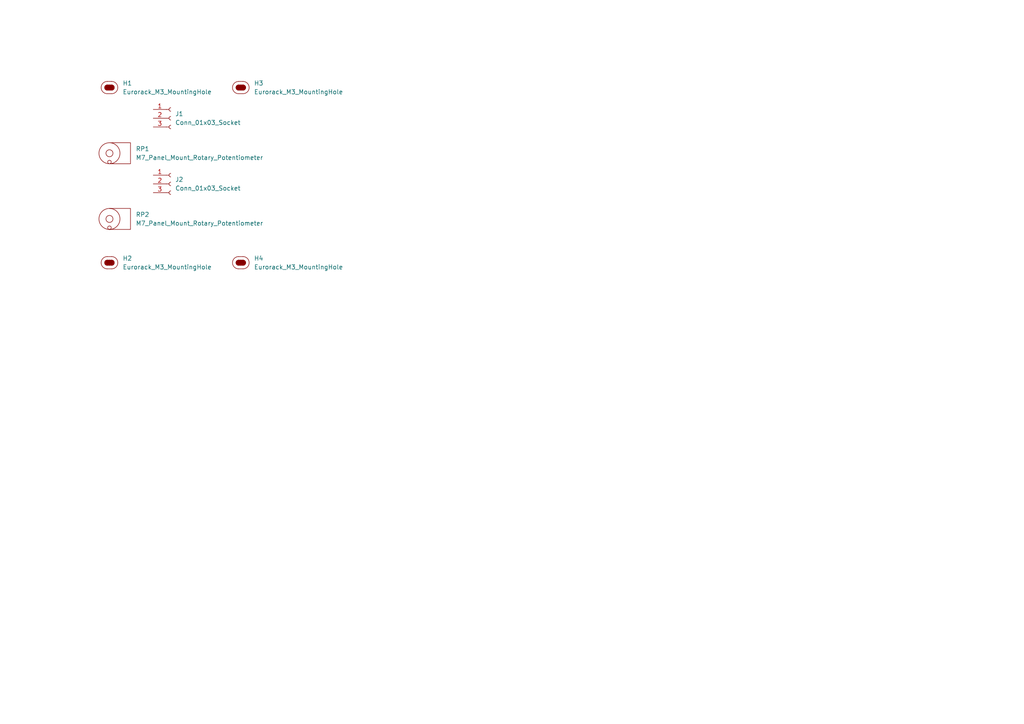
<source format=kicad_sch>
(kicad_sch (version 20231120) (generator "eeschema") (generator_version "8.0")
  (paper "A4")
  (lib_symbols
    (symbol "Connector:Conn_01x03_Socket" (pin_names (offset 1.016) hide)
      (property "Reference" "J" (at 0 5.08 0))
      (property "Value" "Conn_01x03_Socket" (at 0 -5.08 0))
      (symbol "Conn_01x03_Socket_1_1"
        (arc (start 0 -2.032) (mid -0.5058 -2.54) (end 0 -3.048) (stroke (width 0.1524)))
        (polyline (pts (xy -1.27 -2.54) (xy -0.508 -2.54)) (stroke (width 0.1524)))
        (polyline (pts (xy -1.27 0) (xy -0.508 0)) (stroke (width 0.1524)))
        (polyline (pts (xy -1.27 2.54) (xy -0.508 2.54)) (stroke (width 0.1524)))
        (arc (start 0 0.508) (mid -0.5058 0) (end 0 -0.508) (stroke (width 0.1524)))
        (arc (start 0 3.048) (mid -0.5058 2.54) (end 0 2.032) (stroke (width 0.1524)))
        (pin passive line (at -5.08 2.54 0) (length 3.81) (name "Pin_1") (number "1"))
        (pin passive line (at -5.08 0 0) (length 3.81) (name "Pin_2") (number "2"))
        (pin passive line (at -5.08 -2.54 0) (length 3.81) (name "Pin_3") (number "3"))
      )
    )
    (symbol "EXC:Eurorack_M3_MountingHole" (pin_names (offset 1.016)) (exclude_from_sim yes) (in_bom no)
      (property "Reference" "H" (at 0 5.08 0))
      (property "Value" "Eurorack_M3_MountingHole" (at 0 3.175 0))
      (symbol "Eurorack_M3_MountingHole_0_1"
        (circle (center -0.635 0) (radius 0.762) (fill (type outline)))
        (arc (start -0.635 0.762) (mid -1.397 0) (end -0.635 -0.762))
        (arc (start -0.635 1.778) (mid -2.413 0) (end -0.635 -1.778))
        (polyline (pts (xy -0.635 -1.778) (xy 0.635 -1.778)))
        (polyline (pts (xy -0.635 -0.762) (xy 0.635 -0.762)))
        (polyline (pts (xy -0.635 0.762) (xy 0.635 0.762)))
        (polyline (pts (xy 0.635 1.778) (xy -0.635 1.778)))
        (circle (center 0 0) (radius 0.762) (fill (type outline)))
        (arc (start 0.6141 -1.778) (mid 2.4131 0) (end 0.6141 1.778))
        (arc (start 0.6227 -0.762) (mid 1.3971 0) (end 0.6227 0.762))
        (circle (center 0.635 0) (radius 0.762) (fill (type outline)))
      )
    )
    (symbol "EXC:Rotary_Potentiometer_M7_Panel_Mount"
      (property "Reference" "RP" (at 0 4.064 0))
      (property "Value" "M7_Panel_Mount_Rotary_Potentiometer" (at 0 -4.318 0))
      (symbol "Rotary_Potentiometer_M7_Panel_Mount_0_1"
        (circle (center 0 -2.54) (radius 0.508))
        (polyline (pts (xy 0 3.048) (xy 6.096 3.048) (xy 6.096 -3.048) (xy 0 -3.048)))
        (circle (center 0 0) (radius 1.016))
        (circle (center 0 0) (radius 3.048))
      )
    )
  )
  (symbol (lib_id "EXC:Eurorack_M3_MountingHole") (at 31.75 76.2 0) (unit 1) (exclude_from_sim yes) (in_bom no)
    (property "Reference" "H2" (at 35.56 74.9299 0) (effects (justify left)))
    (property "Value" "Eurorack_M3_MountingHole" (at 35.56 77.4699 0) (effects (justify left)))
    (property "Footprint" "EXC:MountingHole_3.2mm_M3" (effects (hide yes)))
    (property "Description" "Mounting Hole without connection" (effects (hide yes)))
  )
  (symbol (lib_id "EXC:Rotary_Potentiometer_M7_Panel_Mount") (at 31.75 44.45 0) (unit 1)
    (property "Reference" "RP1" (at 39.37 43.1799 0) (effects (justify left)))
    (property "Value" "M7_Panel_Mount_Rotary_Potentiometer" (at 39.37 45.7199 0) (effects (justify left)))
    (property "Footprint" "EXC:Rotary_Potentiometer_M7_Panel_Mount" (effects (hide yes)))
    (property "Datasheet" "https://cdn-shop.adafruit.com/product-files/562/p160.pdf" (effects (hide yes)))
    (property "Description" "An M7 panel-mounted linear potentiometer" (effects (hide yes)))
    (property "Source" "https://www.adafruit.com/product/562" (effects (hide yes)))
  )
  (symbol (lib_id "EXC:Eurorack_M3_MountingHole") (at 69.85 76.2 0) (unit 1) (exclude_from_sim yes) (in_bom no)
    (property "Reference" "H4" (at 73.66 74.9299 0) (effects (justify left)))
    (property "Value" "Eurorack_M3_MountingHole" (at 73.66 77.4699 0) (effects (justify left)))
    (property "Footprint" "EXC:MountingHole_3.2mm_M3" (effects (hide yes)))
    (property "Description" "Mounting Hole without connection" (effects (hide yes)))
  )
  (symbol (lib_id "EXC:Eurorack_M3_MountingHole") (at 31.75 25.4 0) (unit 1) (exclude_from_sim yes) (in_bom no)
    (property "Reference" "H1" (at 35.56 24.1299 0) (effects (justify left)))
    (property "Value" "Eurorack_M3_MountingHole" (at 35.56 26.6699 0) (effects (justify left)))
    (property "Footprint" "EXC:MountingHole_3.2mm_M3" (effects (hide yes)))
    (property "Description" "Mounting Hole without connection" (effects (hide yes)))
  )
  (symbol (lib_id "EXC:Rotary_Potentiometer_M7_Panel_Mount") (at 31.75 63.5 0) (unit 1)
    (property "Reference" "RP2" (at 39.37 62.2299 0) (effects (justify left)))
    (property "Value" "M7_Panel_Mount_Rotary_Potentiometer" (at 39.37 64.7699 0) (effects (justify left)))
    (property "Footprint" "EXC:Rotary_Potentiometer_M7_Panel_Mount" (effects (hide yes)))
    (property "Datasheet" "https://cdn-shop.adafruit.com/product-files/562/p160.pdf" (effects (hide yes)))
    (property "Description" "An M7 panel-mounted linear potentiometer" (effects (hide yes)))
    (property "Source" "https://www.adafruit.com/product/562" (effects (hide yes)))
  )
  (symbol (lib_id "EXC:Eurorack_M3_MountingHole") (at 69.85 25.4 0) (unit 1) (exclude_from_sim yes) (in_bom no)
    (property "Reference" "H3" (at 73.66 24.1299 0) (effects (justify left)))
    (property "Value" "Eurorack_M3_MountingHole" (at 73.66 26.6699 0) (effects (justify left)))
    (property "Footprint" "EXC:MountingHole_3.2mm_M3" (effects (hide yes)))
    (property "Description" "Mounting Hole without connection" (effects (hide yes)))
  )
  (symbol (lib_id "Connector:Conn_01x03_Socket") (at 49.53 53.34 0) (unit 1)
    (property "Reference" "J2" (at 50.8 52.0699 0) (effects (justify left)))
    (property "Value" "Conn_01x03_Socket" (at 50.8 54.6099 0) (effects (justify left)))
    (property "Footprint" "Connector_PinSocket_2.54mm:PinSocket_1x03_P2.54mm_Vertical" (effects (hide yes)))
    (property "Description" "Generic connector, single row, 01x03, script generated" (effects (hide yes)))
  )
  (symbol (lib_id "Connector:Conn_01x03_Socket") (at 49.53 34.29 0) (unit 1)
    (property "Reference" "J1" (at 50.8 33.0199 0) (effects (justify left)))
    (property "Value" "Conn_01x03_Socket" (at 50.8 35.5599 0) (effects (justify left)))
    (property "Footprint" "Connector_PinSocket_2.54mm:PinSocket_1x03_P2.54mm_Vertical" (effects (hide yes)))
    (property "Description" "Generic connector, single row, 01x03, script generated" (effects (hide yes)))
  )
)
</source>
